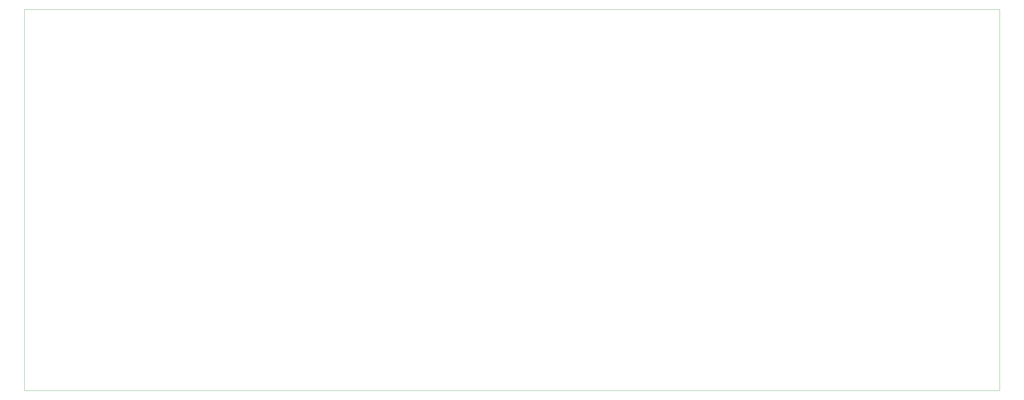
<source format=gm1>
G04 #@! TF.GenerationSoftware,KiCad,Pcbnew,(5.1.9)-1*
G04 #@! TF.CreationDate,2021-03-19T09:16:17+08:00*
G04 #@! TF.ProjectId,ridhaulakbar75,72696468-6175-46c6-916b-62617237352e,rev?*
G04 #@! TF.SameCoordinates,Original*
G04 #@! TF.FileFunction,Profile,NP*
%FSLAX46Y46*%
G04 Gerber Fmt 4.6, Leading zero omitted, Abs format (unit mm)*
G04 Created by KiCad (PCBNEW (5.1.9)-1) date 2021-03-19 09:16:17*
%MOMM*%
%LPD*%
G01*
G04 APERTURE LIST*
G04 #@! TA.AperFunction,Profile*
%ADD10C,0.050000*%
G04 #@! TD*
G04 APERTURE END LIST*
D10*
X359568750Y-80962500D02*
X54768750Y-80962500D01*
X359568750Y-200025000D02*
X359568750Y-80962500D01*
X54768750Y-200025000D02*
X359568750Y-200025000D01*
X54768750Y-80962500D02*
X54768750Y-200025000D01*
M02*

</source>
